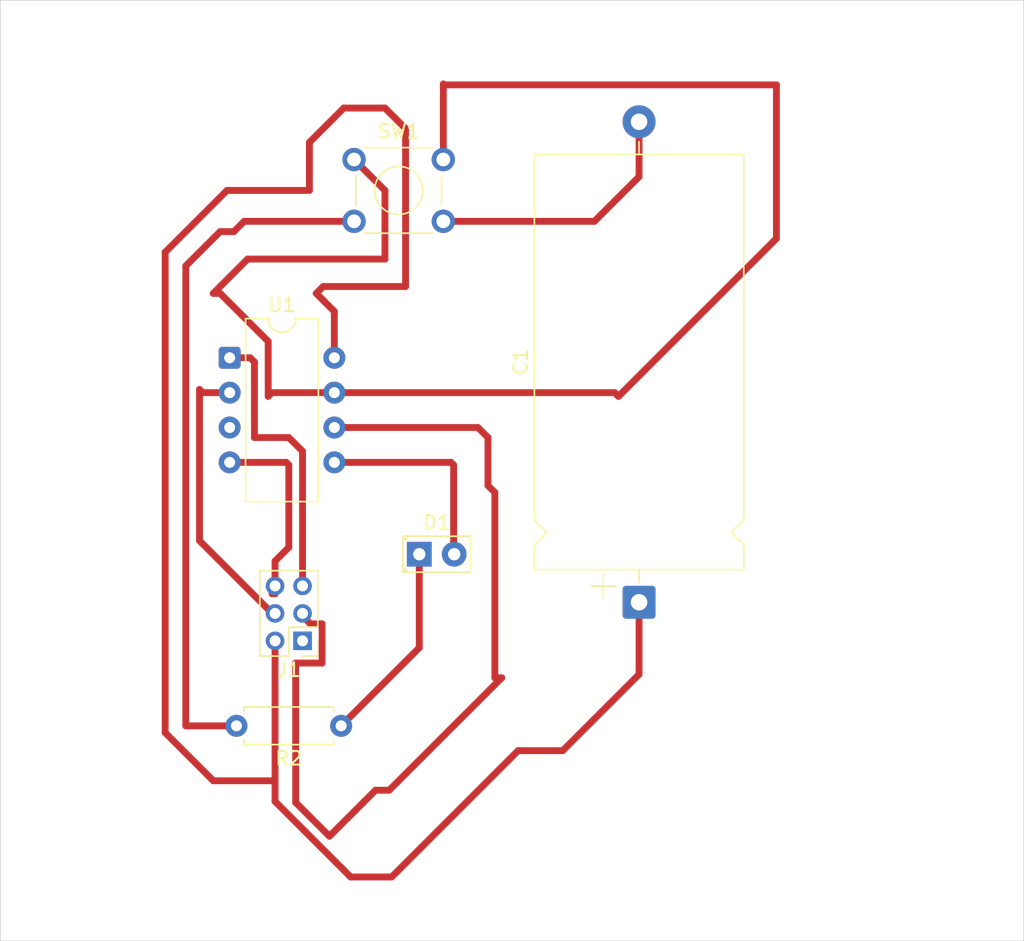
<source format=kicad_pcb>
(kicad_pcb (version 20241229) (generator "pcbnew") (generator_version "9.0")
  (layers (0 "F.Cu" signal) (2 "B.Cu" signal) (13 "F.Paste" user) (15 "B.Paste" user) (5 "F.SilkS" user "F.Silkscreen") (7 "B.SilkS" user "B.Silkscreen") (1 "F.Mask" user) (3 "B.Mask" user) (25 "Edge.Cuts" user))
  (net 0 "")
  (net 1 "GND")
  (net 2 "5V")
  (net 3 "Net-(D1-K)")
  (net 4 "Net-(D1-A)")
  (net 5 "Net-(J1-MISO)")
  (net 6 "Net-(J1-~{RST})")
  (net 7 "Net-(J1-SCK)")
  (net 8 "Net-(U1-PB2)")
  (net 9 "Net-(J1-MOSI)")
  (footprint "Resistor_THT:R_Axial_DIN0207_L6.3mm_D2.5mm_P7.62mm_Horizontal" (layer "F.Cu") (at 36.81 -21.405 180)
    (property "Reference" "R2" (at 3.81 -2.37 0) (layer "F.SilkS"))
    (property "Value" "220Ohm")
    (fp_line (start 7.08 1.37) (end 7.08 1.04) (stroke (width 0.12)) (layer "F.SilkS"))
    (fp_line (start 7.08 -1.37) (end 7.08 -1.04) (stroke (width 0.12)) (layer "F.SilkS"))
    (fp_line (start 0.54 1.37) (end 7.08 1.37) (stroke (width 0.12)) (layer "F.SilkS"))
    (fp_line (start 0.54 1.04) (end 0.54 1.37) (stroke (width 0.12)) (layer "F.SilkS"))
    (fp_line (start 0.54 -1.04) (end 0.54 -1.37) (stroke (width 0.12)) (layer "F.SilkS"))
    (fp_line (start 0.54 -1.37) (end 7.08 -1.37) (stroke (width 0.12)) (layer "F.SilkS"))
    (pad "1" thru_hole circle (at 0 0 180) (size 1.6 1.6) (drill 0.8) (layers "*.Cu" "*.Mask") (net 3 "Net-(D1-K)"))
    (pad "2" thru_hole circle (at 7.62 0 180) (size 1.6 1.6) (drill 0.8) (layers "*.Cu" "*.Mask") (net 1 "GND"))
  )
  (footprint "Button_Switch_THT:SW_TH_Tactile_Omron_B3F-102x" (layer "F.Cu") (at 37.75 -62.655)
    (property "Reference" "SW1" (at 3.25 -2.05 0) (layer "F.SilkS"))
    (property "Value" "SW_Push")
    (fp_line (start 0.13 3.35) (end 0.13 1.15) (stroke (width 0.12)) (layer "F.SilkS"))
    (fp_line (start 0.75 -0.87) (end 5.75 -0.87) (stroke (width 0.12)) (layer "F.SilkS"))
    (fp_line (start 0.75 5.37) (end 5.75 5.37) (stroke (width 0.12)) (layer "F.SilkS"))
    (fp_line (start 6.37 1.15) (end 6.37 3.35) (stroke (width 0.12)) (layer "F.SilkS"))
    (fp_circle (center 3.25 2.25) (end 5 2.25) (stroke (width 0.12)) (fill no) (layer "F.SilkS"))
    (pad "1" thru_hole circle (at 0 0) (size 1.7 1.7) (drill 1) (layers "*.Cu" "*.Mask") (net 8 "Net-(U1-PB2)"))
    (pad "1" thru_hole circle (at 6.5 0) (size 1.7 1.7) (drill 1) (layers "*.Cu" "*.Mask") (net 8 "Net-(U1-PB2)"))
    (pad "2" thru_hole circle (at 0 4.5) (size 1.7 1.7) (drill 1) (layers "*.Cu" "*.Mask") (net 1 "GND"))
    (pad "2" thru_hole circle (at 6.5 4.5) (size 1.7 1.7) (drill 1) (layers "*.Cu" "*.Mask") (net 1 "GND"))
  )
  (footprint "Package_DIP:CERDIP-8_W7.62mm_SideBrazed" (layer "F.Cu") (at 28.695 -48.215)
    (property "Reference" "U1" (at 3.81 -3.855 0) (layer "F.SilkS"))
    (property "Value" "ATtiny45-20P" (hide yes))
    (fp_line (start 1.16 -2.855) (end 1.16 10.475) (stroke (width 0.12)) (layer "F.SilkS"))
    (fp_line (start 1.16 10.475) (end 6.46 10.475) (stroke (width 0.12)) (layer "F.SilkS"))
    (fp_line (start 2.81 -2.855) (end 1.16 -2.855) (stroke (width 0.12)) (layer "F.SilkS"))
    (fp_line (start 6.46 -2.855) (end 4.81 -2.855) (stroke (width 0.12)) (layer "F.SilkS"))
    (fp_line (start 6.46 10.475) (end 6.46 -2.855) (stroke (width 0.12)) (layer "F.SilkS"))
    (fp_arc (start 4.81 -2.855) (mid 3.81 -1.855) (end 2.81 -2.855) (stroke (width 0.12)) (layer "F.SilkS"))
    (pad "1" thru_hole roundrect (at 0 0) (size 1.6 1.6) (drill 0.8) (layers "*.Cu" "*.Mask") (roundrect_rratio 0.15625) (net 6 "Net-(J1-~{RST})"))
    (pad "2" thru_hole circle (at 0 2.54) (size 1.6 1.6) (drill 0.8) (layers "*.Cu" "*.Mask") (net 9 "Net-(J1-MOSI)"))
    (pad "3" thru_hole circle (at 0 5.08) (size 1.6 1.6) (drill 0.8) (layers "*.Cu" "*.Mask") (net 5 "Net-(J1-MISO)"))
    (pad "4" thru_hole circle (at 0 7.62) (size 1.6 1.6) (drill 0.8) (layers "*.Cu" "*.Mask") (net 1 "GND"))
    (pad "5" thru_hole circle (at 7.62 7.62) (size 1.6 1.6) (drill 0.8) (layers "*.Cu" "*.Mask") (net 4 "Net-(D1-A)"))
    (pad "6" thru_hole circle (at 7.62 5.08) (size 1.6 1.6) (drill 0.8) (layers "*.Cu" "*.Mask") (net 7 "Net-(J1-SCK)"))
    (pad "7" thru_hole circle (at 7.62 2.54) (size 1.6 1.6) (drill 0.8) (layers "*.Cu" "*.Mask") (net 8 "Net-(U1-PB2)"))
    (pad "8" thru_hole circle (at 7.62 0) (size 1.6 1.6) (drill 0.8) (layers "*.Cu" "*.Mask") (net 2 "5V"))
  )
  (footprint "LED_THT:LED_D2.0mm_W4.8mm_H2.5mm_FlatTop" (layer "F.Cu") (at 42.5 -33.905)
    (property "Reference" "D1" (at 1.27 -2.31 0) (layer "F.SilkS"))
    (property "Value" "LED")
    (fp_line (start -1.19 -1.31) (end 3.73 -1.31) (stroke (width 0.12)) (layer "F.SilkS"))
    (fp_line (start -1.19 1.31) (end -1.19 -1.31) (stroke (width 0.12)) (layer "F.SilkS"))
    (fp_line (start -1.07 -1.31) (end -1.07 -1.08) (stroke (width 0.12)) (layer "F.SilkS"))
    (fp_line (start -1.07 1.08) (end -1.07 1.31) (stroke (width 0.12)) (layer "F.SilkS"))
    (fp_line (start -0.95 -1.31) (end -0.95 -1.08) (stroke (width 0.12)) (layer "F.SilkS"))
    (fp_line (start -0.95 1.08) (end -0.95 1.31) (stroke (width 0.12)) (layer "F.SilkS"))
    (fp_line (start 3.73 -1.31) (end 3.73 1.31) (stroke (width 0.12)) (layer "F.SilkS"))
    (fp_line (start 3.73 1.31) (end -1.19 1.31) (stroke (width 0.12)) (layer "F.SilkS"))
    (pad "1" thru_hole rect (at 0 0) (size 1.8 1.8) (drill 0.9) (layers "*.Cu" "*.Mask") (net 3 "Net-(D1-K)"))
    (pad "2" thru_hole circle (at 2.54 0) (size 1.8 1.8) (drill 0.9) (layers "*.Cu" "*.Mask") (net 4 "Net-(D1-A)"))
  )
  (footprint "Capacitor_THT:CP_Axial_L30.0mm_D15.0mm_P35.00mm_Horizontal" (layer "F.Cu") (at 58.5 -30.405 90)
    (property "Reference" "C1" (at 17.5 -8.62 90) (layer "F.SilkS"))
    (property "Value" "0.1 µF")
    (fp_line (start 32.62 -7.62) (end 32.62 7.62) (stroke (width 0.12)) (layer "F.SilkS"))
    (fp_line (start 5.98 -7.62) (end 32.62 -7.62) (stroke (width 0.12)) (layer "F.SilkS"))
    (fp_line (start 4.18 -7.62) (end 5.08 -6.72) (stroke (width 0.12)) (layer "F.SilkS"))
    (fp_line (start 2.38 -7.62) (end 4.18 -7.62) (stroke (width 0.12)) (layer "F.SilkS"))
    (fp_line (start 2.38 -7.62) (end 2.38 7.62) (stroke (width 0.12)) (layer "F.SilkS"))
    (fp_line (start 5.08 -6.72) (end 5.98 -7.62) (stroke (width 0.12)) (layer "F.SilkS"))
    (fp_line (start 1.18 -3.5) (end 1.18 -1.7) (stroke (width 0.12)) (layer "F.SilkS"))
    (fp_line (start 0.28 -2.6) (end 2.08 -2.6) (stroke (width 0.12)) (layer "F.SilkS"))
    (fp_line (start 33.56 0) (end 32.62 0) (stroke (width 0.12)) (layer "F.SilkS"))
    (fp_line (start 1.44 0) (end 2.38 0) (stroke (width 0.12)) (layer "F.SilkS"))
    (fp_line (start 5.08 6.72) (end 5.98 7.62) (stroke (width 0.12)) (layer "F.SilkS"))
    (fp_line (start 5.98 7.62) (end 32.62 7.62) (stroke (width 0.12)) (layer "F.SilkS"))
    (fp_line (start 4.18 7.62) (end 5.08 6.72) (stroke (width 0.12)) (layer "F.SilkS"))
    (fp_line (start 2.38 7.62) (end 4.18 7.62) (stroke (width 0.12)) (layer "F.SilkS"))
    (pad "1" thru_hole roundrect (at 0 0 90) (size 2.4 2.4) (drill 1.2) (layers "*.Cu" "*.Mask") (roundrect_rratio 0.104167) (net 2 "5V"))
    (pad "2" thru_hole circle (at 35 0 90) (size 2.4 2.4) (drill 1.2) (layers "*.Cu" "*.Mask") (net 1 "GND"))
  )
  (footprint "Connector_PinHeader_2.00mm:PinHeader_2x03_P2.00mm_Vertical" (layer "F.Cu") (at 34 -27.595 180)
    (property "Reference" "J1" (at 1 -2.11 0) (layer "F.SilkS"))
    (property "Value" "AVR-ISP-6")
    (fp_line (start 3.11 -1.11) (end 3.11 5.11) (stroke (width 0.12)) (layer "F.SilkS"))
    (fp_line (start 1 1) (end 1 -1.11) (stroke (width 0.12)) (layer "F.SilkS"))
    (fp_line (start 1 -1.11) (end 3.11 -1.11) (stroke (width 0.12)) (layer "F.SilkS"))
    (fp_line (start -1.11 5.11) (end 3.11 5.11) (stroke (width 0.12)) (layer "F.SilkS"))
    (fp_line (start -1.11 1) (end 1 1) (stroke (width 0.12)) (layer "F.SilkS"))
    (fp_line (start -1.11 1) (end -1.11 5.11) (stroke (width 0.12)) (layer "F.SilkS"))
    (fp_line (start -1.11 0) (end -1.11 -1.11) (stroke (width 0.12)) (layer "F.SilkS"))
    (fp_line (start -1.11 -1.11) (end 0 -1.11) (stroke (width 0.12)) (layer "F.SilkS"))
    (pad "0" thru_hole rect (at 0 0 180) (size 1.35 1.35) (drill 0.8) (layers "*.Cu" "*.Mask") (net 5 "Net-(J1-MISO)"))
    (pad "2" thru_hole circle (at 2 0 180) (size 1.35 1.35) (drill 0.8) (layers "*.Cu" "*.Mask") (net 2 "5V"))
    (pad "3" thru_hole circle (at 0 2 180) (size 1.35 1.35) (drill 0.8) (layers "*.Cu" "*.Mask") (net 7 "Net-(J1-SCK)"))
    (pad "4" thru_hole circle (at 2 2 180) (size 1.35 1.35) (drill 0.8) (layers "*.Cu" "*.Mask") (net 9 "Net-(J1-MOSI)"))
    (pad "5" thru_hole circle (at 0 4 180) (size 1.35 1.35) (drill 0.8) (layers "*.Cu" "*.Mask") (net 6 "Net-(J1-~{RST})"))
    (pad "6" thru_hole circle (at 2 4 180) (size 1.35 1.35) (drill 0.8) (layers "*.Cu" "*.Mask") (net 1 "GND"))
  )
  (gr_rect (start 12 -74.25) (end 86.5 -5.75) (stroke (width 0.05)) (fill no) (layer "Edge.Cuts"))
  (segment (start 32 -31.405) (end 32 -33.405) (width 0.5) (layer "F.Cu") (net 1))
  (segment (start 25.5 -21.405) (end 25.5 -54.905) (width 0.5) (layer "F.Cu") (net 1))
  (segment (start 32 -31.595) (end 32 -31.021) (width 0.5) (layer "F.Cu") (net 1))
  (segment (start 29.75 -58.155) (end 37.75 -58.155) (width 0.5) (layer "F.Cu") (net 1))
  (segment (start 33 -40.405) (end 33 -34.405) (width 0.5) (layer "F.Cu") (net 1))
  (segment (start 58.5 -65.405) (end 58.5 -61.405) (width 0.5) (layer "F.Cu") (net 1))
  (segment (start 32 -31.021) (end 31.782959 -31.021) (width 0.5) (layer "F.Cu") (net 1))
  (segment (start 25.5 -54.905) (end 28 -57.405) (width 0.5) (layer "F.Cu") (net 1))
  (segment (start 58.5 -61.405) (end 55.25 -58.155) (width 0.5) (layer "F.Cu") (net 1))
  (segment (start 32 -33.405) (end 33 -34.405) (width 0.5) (layer "F.Cu") (net 1))
  (segment (start 29.19 -21.405) (end 25.5 -21.405) (width 0.5) (layer "F.Cu") (net 1))
  (segment (start 55.25 -58.155) (end 44.25 -58.155) (width 0.5) (layer "F.Cu") (net 1))
  (segment (start 28 -57.405) (end 29 -57.405) (width 0.5) (layer "F.Cu") (net 1))
  (segment (start 28.695 -40.595) (end 32.81 -40.595) (width 0.5) (layer "F.Cu") (net 1))
  (segment (start 29 -57.405) (end 29.75 -58.155) (width 0.5) (layer "F.Cu") (net 1))
  (segment (start 32.81 -40.595) (end 33 -40.405) (width 0.5) (layer "F.Cu") (net 1))
  (segment (start 34.5 -60.405) (end 28.5 -60.405) (width 0.5) (layer "F.Cu") (net 2))
  (segment (start 37.5 -10.396665) (end 40.491665 -10.396665) (width 0.5) (layer "F.Cu") (net 2))
  (segment (start 37 -66.405) (end 34.5 -63.905) (width 0.5) (layer "F.Cu") (net 2))
  (segment (start 41.5 -64.905) (end 40 -66.405) (width 0.5) (layer "F.Cu") (net 2))
  (segment (start 35 -52.905) (end 35.5 -53.405) (width 0.5) (layer "F.Cu") (net 2))
  (segment (start 40 -66.405) (end 37 -66.405) (width 0.5) (layer "F.Cu") (net 2))
  (segment (start 58.5 -25.155) (end 58.5 -30.405) (width 0.5) (layer "F.Cu") (net 2))
  (segment (start 32 -17.405) (end 32 -15.896665) (width 0.5) (layer "F.Cu") (net 2))
  (segment (start 32 -15.896665) (end 37.5 -10.396665) (width 0.5) (layer "F.Cu") (net 2))
  (segment (start 28.5 -60.405) (end 24 -55.905) (width 0.5) (layer "F.Cu") (net 2))
  (segment (start 34.5 -63.905) (end 34.5 -60.405) (width 0.5) (layer "F.Cu") (net 2))
  (segment (start 36.315 -48.215) (end 36.315 -51.59) (width 0.5) (layer "F.Cu") (net 2))
  (segment (start 24 -55.905) (end 24 -20.905) (width 0.5) (layer "F.Cu") (net 2))
  (segment (start 35.5 -53.405) (end 41.5 -53.405) (width 0.5) (layer "F.Cu") (net 2))
  (segment (start 24 -20.905) (end 27.5 -17.405) (width 0.5) (layer "F.Cu") (net 2))
  (segment (start 40.491665 -10.396665) (end 49.69 -19.595) (width 0.5) (layer "F.Cu") (net 2))
  (segment (start 52.94 -19.595) (end 58.5 -25.155) (width 0.5) (layer "F.Cu") (net 2))
  (segment (start 36.315 -51.59) (end 35 -52.905) (width 0.5) (layer "F.Cu") (net 2))
  (segment (start 32 -27.405) (end 32 -17.405) (width 0.5) (layer "F.Cu") (net 2))
  (segment (start 49.69 -19.595) (end 52.94 -19.595) (width 0.5) (layer "F.Cu") (net 2))
  (segment (start 27.5 -17.405) (end 32 -17.405) (width 0.5) (layer "F.Cu") (net 2))
  (segment (start 41.5 -53.405) (end 41.5 -64.905) (width 0.5) (layer "F.Cu") (net 2))
  (segment (start 42.5 -33.905) (end 42.5 -27.095) (width 0.5) (layer "F.Cu") (net 3))
  (segment (start 42.5 -27.095) (end 36.81 -21.405) (width 0.5) (layer "F.Cu") (net 3))
  (segment (start 45 -34.365) (end 45.04 -34.325) (width 0.5) (layer "F.Cu") (net 4))
  (segment (start 45 -40.405) (end 45 -34.365) (width 0.5) (layer "F.Cu") (net 4))
  (segment (start 44.81 -40.595) (end 45 -40.405) (width 0.5) (layer "F.Cu") (net 4))
  (segment (start 36.315 -40.595) (end 44.81 -40.595) (width 0.5) (layer "F.Cu") (net 4))
  (segment (start 45.04 -34.325) (end 45.04 -33.905) (width 0.5) (layer "F.Cu") (net 4))
  (segment (start 30.5 -42.405) (end 33 -42.405) (width 0.5) (layer "F.Cu") (net 6))
  (segment (start 30.19 -48.215) (end 30.5 -47.905) (width 0.5) (layer "F.Cu") (net 6))
  (segment (start 33 -42.405) (end 34 -41.405) (width 0.5) (layer "F.Cu") (net 6))
  (segment (start 34 -41.405) (end 34 -31.405) (width 0.5) (layer "F.Cu") (net 6))
  (segment (start 28.695 -48.215) (end 30.19 -48.215) (width 0.5) (layer "F.Cu") (net 6))
  (segment (start 30.5 -47.905) (end 30.5 -42.405) (width 0.5) (layer "F.Cu") (net 6))
  (segment (start 28.695 -48.21) (end 28.695 -48.215) (width 0.5) (layer "F.Cu") (net 6))
  (segment (start 33.5 -25.979) (end 35.426 -25.979) (width 0.5) (layer "F.Cu") (net 7))
  (segment (start 39.308277 -16.713277) (end 35.957814 -13.362814) (width 0.5) (layer "F.Cu") (net 7))
  (segment (start 48 -38.405) (end 48 -24.905) (width 0.5) (layer "F.Cu") (net 7))
  (segment (start 47.5 -38.905) (end 48 -38.405) (width 0.5) (layer "F.Cu") (net 7))
  (segment (start 35.426 -25.979) (end 35.426 -28.831) (width 0.5) (layer "F.Cu") (net 7))
  (segment (start 33.5 -15.820628) (end 33.5 -25.979) (width 0.5) (layer "F.Cu") (net 7))
  (segment (start 36.315 -43.135) (end 46.77 -43.135) (width 0.5) (layer "F.Cu") (net 7))
  (segment (start 48.5 -24.905) (end 40.308277 -16.713277) (width 0.5) (layer "F.Cu") (net 7))
  (segment (start 47.5 -42.405) (end 47.5 -38.905) (width 0.5) (layer "F.Cu") (net 7))
  (segment (start 46.77 -43.135) (end 47.5 -42.405) (width 0.5) (layer "F.Cu") (net 7))
  (segment (start 35.426 -28.831) (end 34.574 -28.831) (width 0.5) (layer "F.Cu") (net 7))
  (segment (start 34.574 -28.831) (end 34 -29.405) (width 0.5) (layer "F.Cu") (net 7))
  (segment (start 35.957814 -13.362814) (end 33.5 -15.820628) (width 0.5) (layer "F.Cu") (net 7))
  (segment (start 48 -24.905) (end 48.5 -24.905) (width 0.5) (layer "F.Cu") (net 7))
  (segment (start 40.308277 -16.713277) (end 39.308277 -16.713277) (width 0.5) (layer "F.Cu") (net 7))
  (segment (start 44.31 -68.095) (end 68.5 -68.095) (width 0.5) (layer "F.Cu") (net 8))
  (segment (start 36.315 -45.675) (end 31.77 -45.675) (width 0.5) (layer "F.Cu") (net 8))
  (segment (start 68.5 -56.905) (end 57 -45.405) (width 0.5) (layer "F.Cu") (net 8))
  (segment (start 57 -45.405) (end 56.73 -45.675) (width 0.5) (layer "F.Cu") (net 8))
  (segment (start 68.5 -68.095) (end 68.5 -56.905) (width 0.5) (layer "F.Cu") (net 8))
  (segment (start 31.5 -49.405) (end 28 -52.905) (width 0.5) (layer "F.Cu") (net 8))
  (segment (start 28 -52.905) (end 27.5 -52.905) (width 0.5) (layer "F.Cu") (net 8))
  (segment (start 40 -55.405) (end 40 -60.405) (width 0.5) (layer "F.Cu") (net 8))
  (segment (start 44.25 -62.655) (end 44.25 -68.155) (width 0.5) (layer "F.Cu") (net 8))
  (segment (start 31.5 -45.405) (end 31.5 -49.405) (width 0.5) (layer "F.Cu") (net 8))
  (segment (start 27.5 -52.905) (end 30 -55.405) (width 0.5) (layer "F.Cu") (net 8))
  (segment (start 56.73 -45.675) (end 36.315 -45.675) (width 0.5) (layer "F.Cu") (net 8))
  (segment (start 40 -60.405) (end 37.75 -62.655) (width 0.5) (layer "F.Cu") (net 8))
  (segment (start 44.25 -68.155) (end 44.31 -68.095) (width 0.5) (layer "F.Cu") (net 8))
  (segment (start 31.77 -45.675) (end 31.5 -45.405) (width 0.5) (layer "F.Cu") (net 8))
  (segment (start 30 -55.405) (end 40 -55.405) (width 0.5) (layer "F.Cu") (net 8))
  (segment (start 26.5 -45.905) (end 26.73 -45.675) (width 0.5) (layer "F.Cu") (net 9))
  (segment (start 26.5 -34.888331) (end 26.5 -45.905) (width 0.5) (layer "F.Cu") (net 9))
  (segment (start 31.983331 -29.405) (end 26.5 -34.888331) (width 0.5) (layer "F.Cu") (net 9))
  (segment (start 26.73 -45.675) (end 28.695 -45.675) (width 0.5) (layer "F.Cu") (net 9))
  (segment (start 32 -29.405) (end 31.983331 -29.405) (width 0.5) (layer "F.Cu") (net 9))
)
</source>
